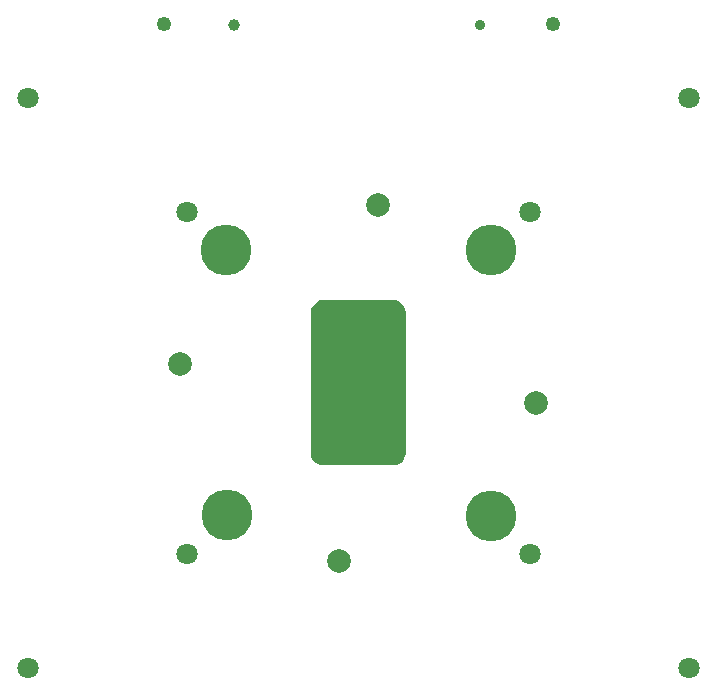
<source format=gbr>
G04 Layer_Color=0*
%FSLAX26Y26*%
%MOIN*%
%TF.FileFunction,NonPlated,1,4,NPTH,Drill*%
%TF.Part,Single*%
G01*
G75*
%TA.AperFunction,ComponentDrill*%
%ADD75C,0.035433*%
%ADD76C,0.039370*%
%ADD77C,0.078740*%
%ADD78C,0.078740*%
%TA.AperFunction,OtherDrill,Pad Free-2 (2322.834mil,286.221mil)*%
%ADD79C,0.070866*%
%TA.AperFunction,OtherDrill,Pad Free-1 (118.11mil,286.221mil)*%
%ADD80C,0.070866*%
%TA.AperFunction,OtherDrill,Pad Free-1 (2322.834mil,2186.222mil)*%
%ADD81C,0.070866*%
%TA.AperFunction,OtherDrill,Pad Free-1 (782.402mil,795.275mil)*%
%ADD82C,0.169291*%
%TA.AperFunction,OtherDrill,Pad Free-1 (1663.386mil,793.308mil)*%
%ADD83C,0.169291*%
%TA.AperFunction,OtherDrill,Pad Free-1 (777.56mil,1679.133mil)*%
%ADD84C,0.169291*%
%TA.AperFunction,OtherDrill,Pad Free-1 (1663.386mil,1679.133mil)*%
%ADD85C,0.169291*%
%TA.AperFunction,OtherDrill,Pad Free-1 (1791.338mil,1807.088mil)*%
%ADD86C,0.070866*%
%TA.AperFunction,OtherDrill,Pad Free-1 (1791.338mil,665.354mil)*%
%ADD87C,0.070866*%
%TA.AperFunction,OtherDrill,Pad Free-1 (1870.078mil,2433.072mil)*%
%ADD88C,0.049213*%
%TA.AperFunction,OtherDrill,Pad Free-1 (570.866mil,2433.072mil)*%
%ADD89C,0.049213*%
%TA.AperFunction,OtherDrill,Pad Free-1 (649.606mil,665.354mil)*%
%ADD90C,0.070866*%
%TA.AperFunction,OtherDrill,Pad Free-1 (118.11mil,2186.222mil)*%
%ADD91C,0.070866*%
%TA.AperFunction,OtherDrill,Pad Free-1 (649.606mil,1807.088mil)*%
%ADD92C,0.070866*%
G36*
X1102284Y1511811D02*
X1338504D01*
X1347265Y1510824D01*
X1355586Y1507912D01*
X1363051Y1503222D01*
X1369285Y1496988D01*
X1373975Y1489523D01*
X1376887Y1481202D01*
X1377874Y1472441D01*
Y1000000D01*
X1376887Y991239D01*
X1373975Y982918D01*
X1369285Y975453D01*
X1363051Y969219D01*
X1355586Y964529D01*
X1347265Y961617D01*
X1338504Y960630D01*
X1102284D01*
X1093523Y961617D01*
X1085201Y964529D01*
X1077737Y969219D01*
X1071503Y975453D01*
X1066812Y982918D01*
X1063900Y991239D01*
X1062914Y1000000D01*
Y1472441D01*
X1063900Y1481202D01*
X1066812Y1489523D01*
X1071503Y1496988D01*
X1077737Y1503222D01*
X1085201Y1507912D01*
X1093523Y1510824D01*
X1102284Y1511811D01*
D02*
G37*
D75*
X1625078Y2429133D02*
D03*
D76*
X806182D02*
D03*
D77*
X1813760Y1169901D02*
D03*
X627184Y1298601D02*
D03*
D78*
X1156122Y640963D02*
D03*
X1284822Y1827540D02*
D03*
D79*
X2322834Y286221D02*
D03*
D80*
X118110D02*
D03*
D81*
X2322834Y2186222D02*
D03*
D82*
X782402Y795275D02*
D03*
D83*
X1663386Y793308D02*
D03*
D84*
X777560Y1679133D02*
D03*
D85*
X1663386D02*
D03*
D86*
X1791338Y1807088D02*
D03*
D87*
Y665354D02*
D03*
D88*
X1870078Y2433072D02*
D03*
D89*
X570866D02*
D03*
D90*
X649606Y665354D02*
D03*
D91*
X118110Y2186222D02*
D03*
D92*
X649606Y1807088D02*
D03*
%TF.MD5,E53D20B5CBD5FB23115688EF518F2882*%
M02*

</source>
